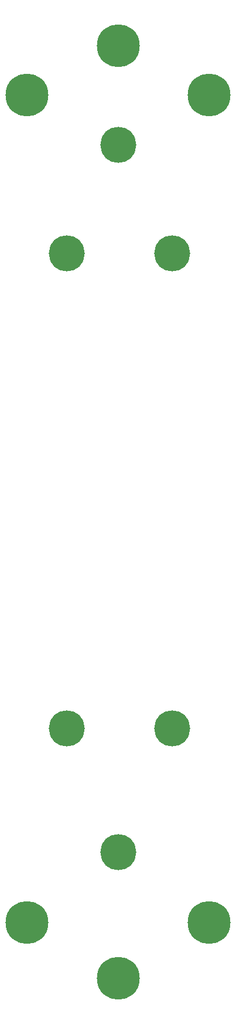
<source format=gbs>
G04 Layer: BottomSolderMaskLayer*
G04 Panelize: , Column: 8, Row: 1, Board Size: 35.56mm x 144.78mm, Panelized Board Size: 298.48mm x 144.78mm*
G04 EasyEDA v6.5.34, 2023-08-21 18:11:39*
G04 4c940eb476364c56bb82817bb8ce7c05,5a6b42c53f6a479593ecc07194224c93,10*
G04 Gerber Generator version 0.2*
G04 Scale: 100 percent, Rotated: No, Reflected: No *
G04 Dimensions in millimeters *
G04 leading zeros omitted , absolute positions ,4 integer and 5 decimal *
%FSLAX45Y45*%
%MOMM*%

%ADD10C,5.2032*%
%ADD11C,6.1932*%

%LPD*%
D10*
G01*
X1003300Y1511300D03*
D11*
G01*
X2311400Y495300D03*
G01*
X1003300Y-304800D03*
G01*
X-317500Y495300D03*
G01*
X-317500Y12446000D03*
G01*
X2311400Y12446000D03*
G01*
X1003300Y13157200D03*
D10*
G01*
X254000Y3302000D03*
G01*
X1778000Y3302000D03*
G01*
X254000Y10160000D03*
G01*
X1778000Y10160000D03*
G01*
X1003300Y11721998D03*
M02*

</source>
